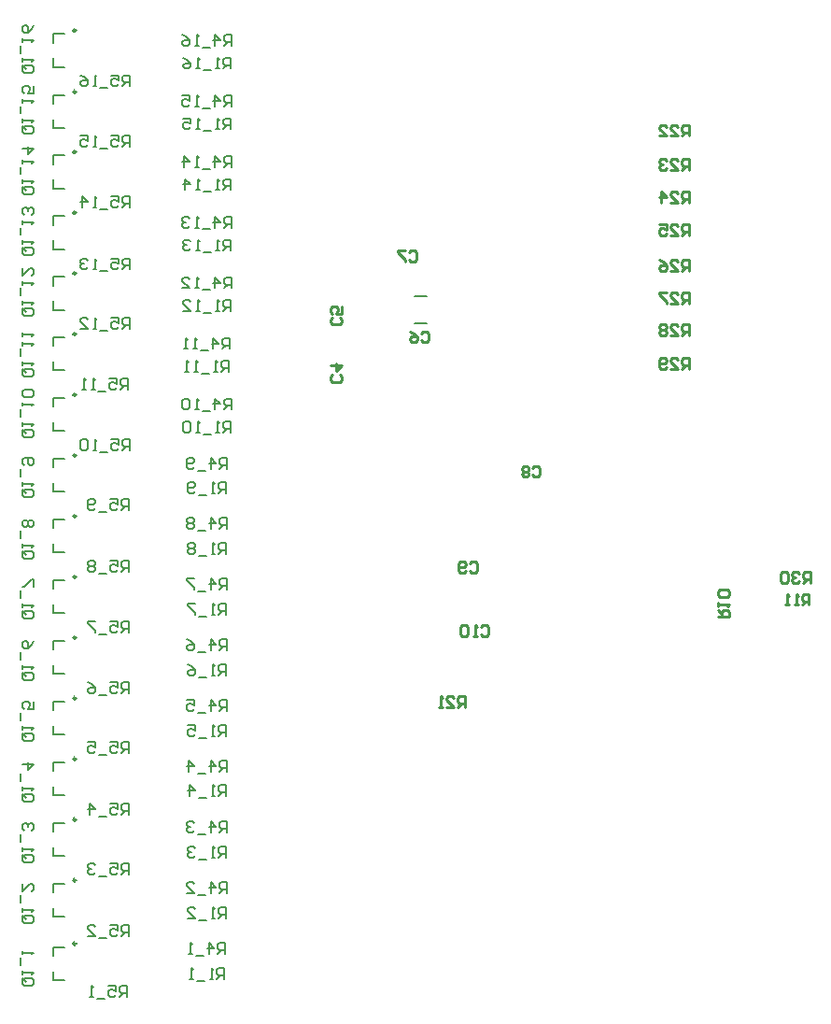
<source format=gbo>
G04 Layer_Color=32896*
%FSLAX25Y25*%
%MOIN*%
G70*
G01*
G75*
%ADD30C,0.01000*%
%ADD47C,0.00984*%
%ADD48C,0.00787*%
D30*
X337008Y239764D02*
Y243700D01*
X335040D01*
X334384Y243044D01*
Y241732D01*
X335040Y241076D01*
X337008D01*
X335696D02*
X334384Y239764D01*
X330448D02*
X333072D01*
X330448Y242388D01*
Y243044D01*
X331104Y243700D01*
X332416D01*
X333072Y243044D01*
X329136Y240420D02*
X328480Y239764D01*
X327168D01*
X326513Y240420D01*
Y243044D01*
X327168Y243700D01*
X328480D01*
X329136Y243044D01*
Y242388D01*
X328480Y241732D01*
X326513D01*
X337008Y251575D02*
Y255510D01*
X335040D01*
X334384Y254855D01*
Y253543D01*
X335040Y252887D01*
X337008D01*
X335696D02*
X334384Y251575D01*
X330448D02*
X333072D01*
X330448Y254199D01*
Y254855D01*
X331104Y255510D01*
X332416D01*
X333072Y254855D01*
X329136D02*
X328480Y255510D01*
X327168D01*
X326513Y254855D01*
Y254199D01*
X327168Y253543D01*
X326513Y252887D01*
Y252231D01*
X327168Y251575D01*
X328480D01*
X329136Y252231D01*
Y252887D01*
X328480Y253543D01*
X329136Y254199D01*
Y254855D01*
X328480Y253543D02*
X327168D01*
X337008Y262992D02*
Y266928D01*
X335040D01*
X334384Y266272D01*
Y264960D01*
X335040Y264304D01*
X337008D01*
X335696D02*
X334384Y262992D01*
X330448D02*
X333072D01*
X330448Y265616D01*
Y266272D01*
X331104Y266928D01*
X332416D01*
X333072Y266272D01*
X329136Y266928D02*
X326513D01*
Y266272D01*
X329136Y263648D01*
Y262992D01*
X337041Y274803D02*
Y278739D01*
X335073D01*
X334417Y278083D01*
Y276771D01*
X335073Y276115D01*
X337041D01*
X335729D02*
X334417Y274803D01*
X330481D02*
X333105D01*
X330481Y277427D01*
Y278083D01*
X331137Y278739D01*
X332449D01*
X333105Y278083D01*
X326545Y278739D02*
X327857Y278083D01*
X329169Y276771D01*
Y275459D01*
X328513Y274803D01*
X327201D01*
X326545Y275459D01*
Y276115D01*
X327201Y276771D01*
X329169D01*
X337008Y287402D02*
Y291337D01*
X335040D01*
X334384Y290681D01*
Y289369D01*
X335040Y288714D01*
X337008D01*
X335696D02*
X334384Y287402D01*
X330448D02*
X333072D01*
X330448Y290025D01*
Y290681D01*
X331104Y291337D01*
X332416D01*
X333072Y290681D01*
X326513Y291337D02*
X329136D01*
Y289369D01*
X327824Y290025D01*
X327168D01*
X326513Y289369D01*
Y288057D01*
X327168Y287402D01*
X328480D01*
X329136Y288057D01*
X337041Y299016D02*
Y302952D01*
X335073D01*
X334417Y302295D01*
Y300984D01*
X335073Y300328D01*
X337041D01*
X335729D02*
X334417Y299016D01*
X330481D02*
X333105D01*
X330481Y301640D01*
Y302295D01*
X331137Y302952D01*
X332449D01*
X333105Y302295D01*
X327201Y299016D02*
Y302952D01*
X329169Y300984D01*
X326545D01*
X337008Y310630D02*
Y314566D01*
X335040D01*
X334384Y313910D01*
Y312598D01*
X335040Y311942D01*
X337008D01*
X335696D02*
X334384Y310630D01*
X330448D02*
X333072D01*
X330448Y313254D01*
Y313910D01*
X331104Y314566D01*
X332416D01*
X333072Y313910D01*
X329136D02*
X328480Y314566D01*
X327168D01*
X326513Y313910D01*
Y313254D01*
X327168Y312598D01*
X327824D01*
X327168D01*
X326513Y311942D01*
Y311286D01*
X327168Y310630D01*
X328480D01*
X329136Y311286D01*
X337008Y322835D02*
Y326770D01*
X335040D01*
X334384Y326114D01*
Y324802D01*
X335040Y324147D01*
X337008D01*
X335696D02*
X334384Y322835D01*
X330448D02*
X333072D01*
X330448Y325459D01*
Y326114D01*
X331104Y326770D01*
X332416D01*
X333072Y326114D01*
X326513Y322835D02*
X329136D01*
X326513Y325459D01*
Y326114D01*
X327168Y326770D01*
X328480D01*
X329136Y326114D01*
X257087Y118898D02*
Y122833D01*
X255119D01*
X254463Y122177D01*
Y120865D01*
X255119Y120210D01*
X257087D01*
X255775D02*
X254463Y118898D01*
X250527D02*
X253151D01*
X250527Y121521D01*
Y122177D01*
X251183Y122833D01*
X252495D01*
X253151Y122177D01*
X249215Y118898D02*
X247903D01*
X248559D01*
Y122833D01*
X249215Y122177D01*
X379921Y155512D02*
Y159448D01*
X377953D01*
X377297Y158792D01*
Y157480D01*
X377953Y156824D01*
X379921D01*
X378609D02*
X377297Y155512D01*
X375986D02*
X374674D01*
X375330D01*
Y159448D01*
X375986Y158792D01*
X372706Y155512D02*
X371394D01*
X372050D01*
Y159448D01*
X372706Y158792D01*
X347350Y151173D02*
X351286D01*
Y153141D01*
X350630Y153797D01*
X349318D01*
X348662Y153141D01*
Y151173D01*
Y152485D02*
X347350Y153797D01*
Y155109D02*
Y156421D01*
Y155765D01*
X351286D01*
X350630Y155109D01*
Y158389D02*
X351286Y159045D01*
Y160357D01*
X350630Y161013D01*
X348006D01*
X347350Y160357D01*
Y159045D01*
X348006Y158389D01*
X350630D01*
X262731Y147768D02*
X263387Y148424D01*
X264698D01*
X265354Y147768D01*
Y145144D01*
X264698Y144488D01*
X263387D01*
X262731Y145144D01*
X261419Y144488D02*
X260107D01*
X260763D01*
Y148424D01*
X261419Y147768D01*
X258139D02*
X257483Y148424D01*
X256171D01*
X255515Y147768D01*
Y145144D01*
X256171Y144488D01*
X257483D01*
X258139Y145144D01*
Y147768D01*
X258793Y170209D02*
X259449Y170865D01*
X260761D01*
X261417Y170209D01*
Y167585D01*
X260761Y166929D01*
X259449D01*
X258793Y167585D01*
X257482D02*
X256826Y166929D01*
X255514D01*
X254858Y167585D01*
Y170209D01*
X255514Y170865D01*
X256826D01*
X257482Y170209D01*
Y169553D01*
X256826Y168897D01*
X254858D01*
X281235Y204461D02*
X281890Y205117D01*
X283202D01*
X283858Y204461D01*
Y201837D01*
X283202Y201181D01*
X281890D01*
X281235Y201837D01*
X279923Y204461D02*
X279267Y205117D01*
X277955D01*
X277299Y204461D01*
Y203805D01*
X277955Y203149D01*
X277299Y202493D01*
Y201837D01*
X277955Y201181D01*
X279267D01*
X279923Y201837D01*
Y202493D01*
X279267Y203149D01*
X279923Y203805D01*
Y204461D01*
X279267Y203149D02*
X277955D01*
X237140Y281233D02*
X237796Y281889D01*
X239108D01*
X239764Y281233D01*
Y278609D01*
X239108Y277953D01*
X237796D01*
X237140Y278609D01*
X235828Y281889D02*
X233204D01*
Y281233D01*
X235828Y278609D01*
Y277953D01*
X241471Y252492D02*
X242127Y253148D01*
X243439D01*
X244094Y252492D01*
Y249869D01*
X243439Y249213D01*
X242127D01*
X241471Y249869D01*
X237535Y253148D02*
X238847Y252492D01*
X240159Y251181D01*
Y249869D01*
X239503Y249213D01*
X238191D01*
X237535Y249869D01*
Y250524D01*
X238191Y251181D01*
X240159D01*
X212335Y258136D02*
X212991Y257480D01*
Y256168D01*
X212335Y255512D01*
X209711D01*
X209055Y256168D01*
Y257480D01*
X209711Y258136D01*
X212991Y262071D02*
Y259448D01*
X211023D01*
X211679Y260759D01*
Y261415D01*
X211023Y262071D01*
X209711D01*
X209055Y261415D01*
Y260104D01*
X209711Y259448D01*
X212335Y237663D02*
X212991Y237007D01*
Y235695D01*
X212335Y235039D01*
X209711D01*
X209055Y235695D01*
Y237007D01*
X209711Y237663D01*
X209055Y240943D02*
X212991D01*
X211023Y238975D01*
Y241599D01*
X380315Y163386D02*
Y167322D01*
X378347D01*
X377691Y166666D01*
Y165354D01*
X378347Y164698D01*
X380315D01*
X379003D02*
X377691Y163386D01*
X376379Y166666D02*
X375723Y167322D01*
X374411D01*
X373755Y166666D01*
Y166010D01*
X374411Y165354D01*
X375067D01*
X374411D01*
X373755Y164698D01*
Y164042D01*
X374411Y163386D01*
X375723D01*
X376379Y164042D01*
X372444Y166666D02*
X371788Y167322D01*
X370476D01*
X369820Y166666D01*
Y164042D01*
X370476Y163386D01*
X371788D01*
X372444Y164042D01*
Y166666D01*
D47*
X118209Y360433D02*
G03*
X118209Y360433I-492J0D01*
G01*
Y338583D02*
G03*
X118209Y338583I-492J0D01*
G01*
Y317126D02*
G03*
X118209Y317126I-492J0D01*
G01*
Y295472D02*
G03*
X118209Y295472I-492J0D01*
G01*
Y273819D02*
G03*
X118209Y273819I-492J0D01*
G01*
Y252165D02*
G03*
X118209Y252165I-492J0D01*
G01*
Y230512D02*
G03*
X118209Y230512I-492J0D01*
G01*
Y208858D02*
G03*
X118209Y208858I-492J0D01*
G01*
Y187205D02*
G03*
X118209Y187205I-492J0D01*
G01*
Y165551D02*
G03*
X118209Y165551I-492J0D01*
G01*
Y143898D02*
G03*
X118209Y143898I-492J0D01*
G01*
Y122244D02*
G03*
X118209Y122244I-492J0D01*
G01*
Y100591D02*
G03*
X118209Y100591I-492J0D01*
G01*
Y78937D02*
G03*
X118209Y78937I-492J0D01*
G01*
Y57284D02*
G03*
X118209Y57284I-492J0D01*
G01*
X118209Y34646D02*
G03*
X118209Y34646I-492J0D01*
G01*
D48*
X110236Y359252D02*
X114173D01*
X110236Y356102D02*
Y359252D01*
Y347441D02*
X114173D01*
X110236D02*
Y350590D01*
Y337402D02*
X114173D01*
X110236Y334252D02*
Y337402D01*
Y325590D02*
X114173D01*
X110236D02*
Y328740D01*
Y315945D02*
X114173D01*
X110236Y312795D02*
Y315945D01*
Y304134D02*
X114173D01*
X110236D02*
Y307283D01*
Y294291D02*
X114173D01*
X110236Y291142D02*
Y294291D01*
Y282480D02*
X114173D01*
X110236D02*
Y285630D01*
Y272638D02*
X114173D01*
X110236Y269488D02*
Y272638D01*
Y260827D02*
X114173D01*
X110236D02*
Y263976D01*
Y250984D02*
X114173D01*
X110236Y247835D02*
Y250984D01*
Y239173D02*
X114173D01*
X110236D02*
Y242323D01*
Y229331D02*
X114173D01*
X110236Y226181D02*
Y229331D01*
Y217520D02*
X114173D01*
X110236D02*
Y220669D01*
Y207677D02*
X114173D01*
X110236Y204528D02*
Y207677D01*
Y195866D02*
X114173D01*
X110236D02*
Y199016D01*
Y186024D02*
X114173D01*
X110236Y182874D02*
Y186024D01*
Y174213D02*
X114173D01*
X110236D02*
Y177362D01*
Y164370D02*
X114173D01*
X110236Y161221D02*
Y164370D01*
Y152559D02*
X114173D01*
X110236D02*
Y155709D01*
Y142717D02*
X114173D01*
X110236Y139567D02*
Y142717D01*
Y130905D02*
X114173D01*
X110236D02*
Y134055D01*
Y121063D02*
X114173D01*
X110236Y117913D02*
Y121063D01*
Y109252D02*
X114173D01*
X110236D02*
Y112402D01*
Y99409D02*
X114173D01*
X110236Y96260D02*
Y99409D01*
Y87598D02*
X114173D01*
X110236D02*
Y90748D01*
Y77756D02*
X114173D01*
X110236Y74606D02*
Y77756D01*
Y65945D02*
X114173D01*
X110236D02*
Y69095D01*
Y56102D02*
X114173D01*
X110236Y52953D02*
Y56102D01*
Y44291D02*
X114173D01*
X110236D02*
Y47441D01*
X110236Y33465D02*
X114173D01*
X110236Y30315D02*
Y33465D01*
Y21654D02*
X114173D01*
X110236D02*
Y24803D01*
X238976Y265748D02*
X243307D01*
X238976Y255906D02*
X243307D01*
X99869Y22309D02*
X102492D01*
X103148Y21653D01*
Y20341D01*
X102492Y19685D01*
X99869D01*
X99213Y20341D01*
Y21653D01*
X100524Y20997D02*
X99213Y22309D01*
Y21653D02*
X99869Y22309D01*
X99213Y23621D02*
Y24933D01*
Y24277D01*
X103148D01*
X102492Y23621D01*
X98557Y26901D02*
Y29524D01*
X99213Y30836D02*
Y32148D01*
Y31492D01*
X103148D01*
X102492Y30836D01*
X99869Y44750D02*
X102492D01*
X103148Y44094D01*
Y42782D01*
X102492Y42126D01*
X99869D01*
X99213Y42782D01*
Y44094D01*
X100524Y43438D02*
X99213Y44750D01*
Y44094D02*
X99869Y44750D01*
X99213Y46062D02*
Y47374D01*
Y46718D01*
X103148D01*
X102492Y46062D01*
X98557Y49341D02*
Y51965D01*
X99213Y55901D02*
Y53277D01*
X101836Y55901D01*
X102492D01*
X103148Y55245D01*
Y53933D01*
X102492Y53277D01*
X99869Y66403D02*
X102492D01*
X103148Y65747D01*
Y64435D01*
X102492Y63779D01*
X99869D01*
X99213Y64435D01*
Y65747D01*
X100524Y65091D02*
X99213Y66403D01*
Y65747D02*
X99869Y66403D01*
X99213Y67715D02*
Y69027D01*
Y68371D01*
X103148D01*
X102492Y67715D01*
X98557Y70995D02*
Y73619D01*
X102492Y74931D02*
X103148Y75587D01*
Y76899D01*
X102492Y77555D01*
X101836D01*
X101181Y76899D01*
Y76243D01*
Y76899D01*
X100524Y77555D01*
X99869D01*
X99213Y76899D01*
Y75587D01*
X99869Y74931D01*
Y88057D02*
X102492D01*
X103148Y87401D01*
Y86089D01*
X102492Y85433D01*
X99869D01*
X99213Y86089D01*
Y87401D01*
X100524Y86745D02*
X99213Y88057D01*
Y87401D02*
X99869Y88057D01*
X99213Y89369D02*
Y90681D01*
Y90025D01*
X103148D01*
X102492Y89369D01*
X98557Y92649D02*
Y95272D01*
X99213Y98552D02*
X103148D01*
X101181Y96584D01*
Y99208D01*
X99869Y109710D02*
X102492D01*
X103148Y109055D01*
Y107743D01*
X102492Y107087D01*
X99869D01*
X99213Y107743D01*
Y109055D01*
X100524Y108398D02*
X99213Y109710D01*
Y109055D02*
X99869Y109710D01*
X99213Y111022D02*
Y112334D01*
Y111678D01*
X103148D01*
X102492Y111022D01*
X98557Y114302D02*
Y116926D01*
X103148Y120862D02*
Y118238D01*
X101181D01*
X101836Y119550D01*
Y120206D01*
X101181Y120862D01*
X99869D01*
X99213Y120206D01*
Y118894D01*
X99869Y118238D01*
X99869Y131364D02*
X102492D01*
X103148Y130708D01*
Y129396D01*
X102492Y128740D01*
X99869D01*
X99213Y129396D01*
Y130708D01*
X100524Y130052D02*
X99213Y131364D01*
Y130708D02*
X99869Y131364D01*
X99213Y132676D02*
Y133988D01*
Y133332D01*
X103148D01*
X102492Y132676D01*
X98557Y135956D02*
Y138579D01*
X103148Y142515D02*
X102492Y141203D01*
X101181Y139891D01*
X99869D01*
X99213Y140547D01*
Y141859D01*
X99869Y142515D01*
X100524D01*
X101181Y141859D01*
Y139891D01*
X99869Y153411D02*
X102492D01*
X103148Y152755D01*
Y151443D01*
X102492Y150787D01*
X99869D01*
X99213Y151443D01*
Y152755D01*
X100524Y152099D02*
X99213Y153411D01*
Y152755D02*
X99869Y153411D01*
X99213Y154723D02*
Y156035D01*
Y155379D01*
X103148D01*
X102492Y154723D01*
X98557Y158003D02*
Y160627D01*
X103148Y161939D02*
Y164562D01*
X102492D01*
X99869Y161939D01*
X99213D01*
X99869Y174671D02*
X102492D01*
X103148Y174015D01*
Y172703D01*
X102492Y172047D01*
X99869D01*
X99213Y172703D01*
Y174015D01*
X100524Y173359D02*
X99213Y174671D01*
Y174015D02*
X99869Y174671D01*
X99213Y175983D02*
Y177295D01*
Y176639D01*
X103148D01*
X102492Y175983D01*
X98557Y179263D02*
Y181887D01*
X102492Y183198D02*
X103148Y183854D01*
Y185166D01*
X102492Y185822D01*
X101836D01*
X101181Y185166D01*
X100524Y185822D01*
X99869D01*
X99213Y185166D01*
Y183854D01*
X99869Y183198D01*
X100524D01*
X101181Y183854D01*
X101836Y183198D01*
X102492D01*
X101181Y183854D02*
Y185166D01*
X99869Y196718D02*
X102492D01*
X103148Y196062D01*
Y194750D01*
X102492Y194095D01*
X99869D01*
X99213Y194750D01*
Y196062D01*
X100524Y195406D02*
X99213Y196718D01*
Y196062D02*
X99869Y196718D01*
X99213Y198030D02*
Y199342D01*
Y198686D01*
X103148D01*
X102492Y198030D01*
X98557Y201310D02*
Y203934D01*
X99869Y205246D02*
X99213Y205902D01*
Y207214D01*
X99869Y207870D01*
X102492D01*
X103148Y207214D01*
Y205902D01*
X102492Y205246D01*
X101836D01*
X101181Y205902D01*
Y207870D01*
X99869Y217978D02*
X102492D01*
X103148Y217322D01*
Y216010D01*
X102492Y215354D01*
X99869D01*
X99213Y216010D01*
Y217322D01*
X100524Y216666D02*
X99213Y217978D01*
Y217322D02*
X99869Y217978D01*
X99213Y219290D02*
Y220602D01*
Y219946D01*
X103148D01*
X102492Y219290D01*
X98557Y222570D02*
Y225194D01*
X99213Y226506D02*
Y227818D01*
Y227162D01*
X103148D01*
X102492Y226506D01*
Y229785D02*
X103148Y230441D01*
Y231753D01*
X102492Y232409D01*
X99869D01*
X99213Y231753D01*
Y230441D01*
X99869Y229785D01*
X102492D01*
X99869Y239632D02*
X102492D01*
X103148Y238976D01*
Y237664D01*
X102492Y237008D01*
X99869D01*
X99213Y237664D01*
Y238976D01*
X100524Y238320D02*
X99213Y239632D01*
Y238976D02*
X99869Y239632D01*
X99213Y240944D02*
Y242255D01*
Y241600D01*
X103148D01*
X102492Y240944D01*
X98557Y244223D02*
Y246847D01*
X99213Y248159D02*
Y249471D01*
Y248815D01*
X103148D01*
X102492Y248159D01*
X99213Y251439D02*
Y252751D01*
Y252095D01*
X103148D01*
X102492Y251439D01*
X99869Y261285D02*
X102492D01*
X103148Y260629D01*
Y259317D01*
X102492Y258661D01*
X99869D01*
X99213Y259317D01*
Y260629D01*
X100524Y259973D02*
X99213Y261285D01*
Y260629D02*
X99869Y261285D01*
X99213Y262597D02*
Y263909D01*
Y263253D01*
X103148D01*
X102492Y262597D01*
X98557Y265877D02*
Y268501D01*
X99213Y269813D02*
Y271125D01*
Y270469D01*
X103148D01*
X102492Y269813D01*
X99213Y275716D02*
Y273093D01*
X101836Y275716D01*
X102492D01*
X103148Y275060D01*
Y273748D01*
X102492Y273093D01*
X99869Y282939D02*
X102492D01*
X103148Y282283D01*
Y280971D01*
X102492Y280315D01*
X99869D01*
X99213Y280971D01*
Y282283D01*
X100524Y281627D02*
X99213Y282939D01*
Y282283D02*
X99869Y282939D01*
X99213Y284251D02*
Y285563D01*
Y284907D01*
X103148D01*
X102492Y284251D01*
X98557Y287530D02*
Y290154D01*
X99213Y291466D02*
Y292778D01*
Y292122D01*
X103148D01*
X102492Y291466D01*
Y294746D02*
X103148Y295402D01*
Y296714D01*
X102492Y297370D01*
X101836D01*
X101181Y296714D01*
Y296058D01*
Y296714D01*
X100524Y297370D01*
X99869D01*
X99213Y296714D01*
Y295402D01*
X99869Y294746D01*
Y304592D02*
X102492D01*
X103148Y303936D01*
Y302625D01*
X102492Y301969D01*
X99869D01*
X99213Y302625D01*
Y303936D01*
X100524Y303280D02*
X99213Y304592D01*
Y303936D02*
X99869Y304592D01*
X99213Y305904D02*
Y307216D01*
Y306560D01*
X103148D01*
X102492Y305904D01*
X98557Y309184D02*
Y311808D01*
X99213Y313120D02*
Y314432D01*
Y313776D01*
X103148D01*
X102492Y313120D01*
X99213Y318367D02*
X103148D01*
X101181Y316400D01*
Y319023D01*
X99869Y326246D02*
X102492D01*
X103148Y325590D01*
Y324278D01*
X102492Y323622D01*
X99869D01*
X99213Y324278D01*
Y325590D01*
X100524Y324934D02*
X99213Y326246D01*
Y325590D02*
X99869Y326246D01*
X99213Y327558D02*
Y328870D01*
Y328214D01*
X103148D01*
X102492Y327558D01*
X98557Y330838D02*
Y333461D01*
X99213Y334773D02*
Y336085D01*
Y335429D01*
X103148D01*
X102492Y334773D01*
X103148Y340677D02*
Y338053D01*
X101181D01*
X101836Y339365D01*
Y340021D01*
X101181Y340677D01*
X99869D01*
X99213Y340021D01*
Y338709D01*
X99869Y338053D01*
Y347899D02*
X102492D01*
X103148Y347243D01*
Y345932D01*
X102492Y345276D01*
X99869D01*
X99213Y345932D01*
Y347243D01*
X100524Y346587D02*
X99213Y347899D01*
Y347243D02*
X99869Y347899D01*
X99213Y349211D02*
Y350523D01*
Y349867D01*
X103148D01*
X102492Y349211D01*
X98557Y352491D02*
Y355115D01*
X99213Y356427D02*
Y357739D01*
Y357083D01*
X103148D01*
X102492Y356427D01*
X103148Y362331D02*
X102492Y361018D01*
X101181Y359707D01*
X99869D01*
X99213Y360363D01*
Y361674D01*
X99869Y362331D01*
X100524D01*
X101181Y361674D01*
Y359707D01*
X171195Y22047D02*
Y25983D01*
X169227D01*
X168571Y25327D01*
Y24015D01*
X169227Y23359D01*
X171195D01*
X169883D02*
X168571Y22047D01*
X167259D02*
X165947D01*
X166603D01*
Y25983D01*
X167259Y25327D01*
X163980Y21391D02*
X161356D01*
X160044Y22047D02*
X158732D01*
X159388D01*
Y25983D01*
X160044Y25327D01*
X171851Y43701D02*
Y47637D01*
X169883D01*
X169227Y46981D01*
Y45669D01*
X169883Y45013D01*
X171851D01*
X170539D02*
X169227Y43701D01*
X167915D02*
X166603D01*
X167259D01*
Y47637D01*
X167915Y46981D01*
X164636Y43045D02*
X162012D01*
X158076Y43701D02*
X160700D01*
X158076Y46325D01*
Y46981D01*
X158732Y47637D01*
X160044D01*
X160700Y46981D01*
X171851Y65354D02*
Y69290D01*
X169883D01*
X169227Y68634D01*
Y67322D01*
X169883Y66666D01*
X171851D01*
X170539D02*
X169227Y65354D01*
X167915D02*
X166603D01*
X167259D01*
Y69290D01*
X167915Y68634D01*
X164636Y64698D02*
X162012D01*
X160700Y68634D02*
X160044Y69290D01*
X158732D01*
X158076Y68634D01*
Y67978D01*
X158732Y67322D01*
X159388D01*
X158732D01*
X158076Y66666D01*
Y66010D01*
X158732Y65354D01*
X160044D01*
X160700Y66010D01*
X171851Y87402D02*
Y91337D01*
X169883D01*
X169227Y90681D01*
Y89369D01*
X169883Y88714D01*
X171851D01*
X170539D02*
X169227Y87402D01*
X167915D02*
X166603D01*
X167259D01*
Y91337D01*
X167915Y90681D01*
X164636Y86746D02*
X162012D01*
X158732Y87402D02*
Y91337D01*
X160700Y89369D01*
X158076D01*
X171851Y108661D02*
Y112597D01*
X169883D01*
X169227Y111941D01*
Y110629D01*
X169883Y109973D01*
X171851D01*
X170539D02*
X169227Y108661D01*
X167915D02*
X166603D01*
X167259D01*
Y112597D01*
X167915Y111941D01*
X164636Y108005D02*
X162012D01*
X158076Y112597D02*
X160700D01*
Y110629D01*
X159388Y111285D01*
X158732D01*
X158076Y110629D01*
Y109317D01*
X158732Y108661D01*
X160044D01*
X160700Y109317D01*
X171851Y130315D02*
Y134251D01*
X169883D01*
X169227Y133595D01*
Y132283D01*
X169883Y131627D01*
X171851D01*
X170539D02*
X169227Y130315D01*
X167915D02*
X166603D01*
X167259D01*
Y134251D01*
X167915Y133595D01*
X164636Y129659D02*
X162012D01*
X158076Y134251D02*
X159388Y133595D01*
X160700Y132283D01*
Y130971D01*
X160044Y130315D01*
X158732D01*
X158076Y130971D01*
Y131627D01*
X158732Y132283D01*
X160700D01*
X171851Y151969D02*
Y155904D01*
X169883D01*
X169227Y155248D01*
Y153936D01*
X169883Y153280D01*
X171851D01*
X170539D02*
X169227Y151969D01*
X167915D02*
X166603D01*
X167259D01*
Y155904D01*
X167915Y155248D01*
X164636Y151312D02*
X162012D01*
X160700Y155904D02*
X158076D01*
Y155248D01*
X160700Y152624D01*
Y151969D01*
X171851Y173622D02*
Y177558D01*
X169883D01*
X169227Y176902D01*
Y175590D01*
X169883Y174934D01*
X171851D01*
X170539D02*
X169227Y173622D01*
X167915D02*
X166603D01*
X167259D01*
Y177558D01*
X167915Y176902D01*
X164636Y172966D02*
X162012D01*
X160700Y176902D02*
X160044Y177558D01*
X158732D01*
X158076Y176902D01*
Y176246D01*
X158732Y175590D01*
X158076Y174934D01*
Y174278D01*
X158732Y173622D01*
X160044D01*
X160700Y174278D01*
Y174934D01*
X160044Y175590D01*
X160700Y176246D01*
Y176902D01*
X160044Y175590D02*
X158732D01*
X171851Y195276D02*
Y199211D01*
X169883D01*
X169227Y198555D01*
Y197243D01*
X169883Y196588D01*
X171851D01*
X170539D02*
X169227Y195276D01*
X167915D02*
X166603D01*
X167259D01*
Y199211D01*
X167915Y198555D01*
X164636Y194620D02*
X162012D01*
X160700Y195931D02*
X160044Y195276D01*
X158732D01*
X158076Y195931D01*
Y198555D01*
X158732Y199211D01*
X160044D01*
X160700Y198555D01*
Y197899D01*
X160044Y197243D01*
X158076D01*
X173491Y216929D02*
Y220865D01*
X171523D01*
X170867Y220209D01*
Y218897D01*
X171523Y218241D01*
X173491D01*
X172179D02*
X170867Y216929D01*
X169555D02*
X168243D01*
X168899D01*
Y220865D01*
X169555Y220209D01*
X166275Y216273D02*
X163652D01*
X162340Y216929D02*
X161028D01*
X161684D01*
Y220865D01*
X162340Y220209D01*
X159060D02*
X158404Y220865D01*
X157092D01*
X156436Y220209D01*
Y217585D01*
X157092Y216929D01*
X158404D01*
X159060Y217585D01*
Y220209D01*
X172835Y238583D02*
Y242518D01*
X170867D01*
X170211Y241863D01*
Y240551D01*
X170867Y239895D01*
X172835D01*
X171523D02*
X170211Y238583D01*
X168899D02*
X167587D01*
X168243D01*
Y242518D01*
X168899Y241863D01*
X165620Y237927D02*
X162996D01*
X161684Y238583D02*
X160372D01*
X161028D01*
Y242518D01*
X161684Y241863D01*
X158404Y238583D02*
X157092D01*
X157748D01*
Y242518D01*
X158404Y241863D01*
X173491Y260236D02*
Y264172D01*
X171523D01*
X170867Y263516D01*
Y262204D01*
X171523Y261548D01*
X173491D01*
X172179D02*
X170867Y260236D01*
X169555D02*
X168243D01*
X168899D01*
Y264172D01*
X169555Y263516D01*
X166275Y259580D02*
X163652D01*
X162340Y260236D02*
X161028D01*
X161684D01*
Y264172D01*
X162340Y263516D01*
X156436Y260236D02*
X159060D01*
X156436Y262860D01*
Y263516D01*
X157092Y264172D01*
X158404D01*
X159060Y263516D01*
X173491Y281890D02*
Y285825D01*
X171523D01*
X170867Y285170D01*
Y283858D01*
X171523Y283202D01*
X173491D01*
X172179D02*
X170867Y281890D01*
X169555D02*
X168243D01*
X168899D01*
Y285825D01*
X169555Y285170D01*
X166275Y281234D02*
X163652D01*
X162340Y281890D02*
X161028D01*
X161684D01*
Y285825D01*
X162340Y285170D01*
X159060D02*
X158404Y285825D01*
X157092D01*
X156436Y285170D01*
Y284514D01*
X157092Y283858D01*
X157748D01*
X157092D01*
X156436Y283202D01*
Y282546D01*
X157092Y281890D01*
X158404D01*
X159060Y282546D01*
X173491Y303543D02*
Y307479D01*
X171523D01*
X170867Y306823D01*
Y305511D01*
X171523Y304855D01*
X173491D01*
X172179D02*
X170867Y303543D01*
X169555D02*
X168243D01*
X168899D01*
Y307479D01*
X169555Y306823D01*
X166275Y302887D02*
X163652D01*
X162340Y303543D02*
X161028D01*
X161684D01*
Y307479D01*
X162340Y306823D01*
X157092Y303543D02*
Y307479D01*
X159060Y305511D01*
X156436D01*
X173491Y325197D02*
Y329133D01*
X171523D01*
X170867Y328477D01*
Y327165D01*
X171523Y326509D01*
X173491D01*
X172179D02*
X170867Y325197D01*
X169555D02*
X168243D01*
X168899D01*
Y329133D01*
X169555Y328477D01*
X166275Y324541D02*
X163652D01*
X162340Y325197D02*
X161028D01*
X161684D01*
Y329133D01*
X162340Y328477D01*
X156436Y329133D02*
X159060D01*
Y327165D01*
X157748Y327821D01*
X157092D01*
X156436Y327165D01*
Y325853D01*
X157092Y325197D01*
X158404D01*
X159060Y325853D01*
X173491Y346850D02*
Y350786D01*
X171523D01*
X170867Y350130D01*
Y348818D01*
X171523Y348162D01*
X173491D01*
X172179D02*
X170867Y346850D01*
X169555D02*
X168243D01*
X168899D01*
Y350786D01*
X169555Y350130D01*
X166275Y346194D02*
X163652D01*
X162340Y346850D02*
X161028D01*
X161684D01*
Y350786D01*
X162340Y350130D01*
X156436Y350786D02*
X157748Y350130D01*
X159060Y348818D01*
Y347506D01*
X158404Y346850D01*
X157092D01*
X156436Y347506D01*
Y348162D01*
X157092Y348818D01*
X159060D01*
X171523Y31102D02*
Y35038D01*
X169555D01*
X168899Y34382D01*
Y33070D01*
X169555Y32414D01*
X171523D01*
X170211D02*
X168899Y31102D01*
X165620D02*
Y35038D01*
X167587Y33070D01*
X164963D01*
X163652Y30446D02*
X161028D01*
X159716Y31102D02*
X158404D01*
X159060D01*
Y35038D01*
X159716Y34382D01*
X172179Y52756D02*
Y56692D01*
X170211D01*
X169555Y56036D01*
Y54724D01*
X170211Y54068D01*
X172179D01*
X170867D02*
X169555Y52756D01*
X166275D02*
Y56692D01*
X168243Y54724D01*
X165620D01*
X164307Y52100D02*
X161684D01*
X157748Y52756D02*
X160372D01*
X157748Y55380D01*
Y56036D01*
X158404Y56692D01*
X159716D01*
X160372Y56036D01*
X172179Y74410D02*
Y78345D01*
X170211D01*
X169555Y77689D01*
Y76377D01*
X170211Y75721D01*
X172179D01*
X170867D02*
X169555Y74410D01*
X166275D02*
Y78345D01*
X168243Y76377D01*
X165620D01*
X164307Y73753D02*
X161684D01*
X160372Y77689D02*
X159716Y78345D01*
X158404D01*
X157748Y77689D01*
Y77033D01*
X158404Y76377D01*
X159060D01*
X158404D01*
X157748Y75721D01*
Y75065D01*
X158404Y74410D01*
X159716D01*
X160372Y75065D01*
X172179Y96063D02*
Y99999D01*
X170211D01*
X169555Y99343D01*
Y98031D01*
X170211Y97375D01*
X172179D01*
X170867D02*
X169555Y96063D01*
X166275D02*
Y99999D01*
X168243Y98031D01*
X165620D01*
X164307Y95407D02*
X161684D01*
X158404Y96063D02*
Y99999D01*
X160372Y98031D01*
X157748D01*
X172179Y117717D02*
Y121652D01*
X170211D01*
X169555Y120996D01*
Y119684D01*
X170211Y119028D01*
X172179D01*
X170867D02*
X169555Y117717D01*
X166275D02*
Y121652D01*
X168243Y119684D01*
X165620D01*
X164307Y117061D02*
X161684D01*
X157748Y121652D02*
X160372D01*
Y119684D01*
X159060Y120340D01*
X158404D01*
X157748Y119684D01*
Y118372D01*
X158404Y117717D01*
X159716D01*
X160372Y118372D01*
X172179Y139370D02*
Y143306D01*
X170211D01*
X169555Y142650D01*
Y141338D01*
X170211Y140682D01*
X172179D01*
X170867D02*
X169555Y139370D01*
X166275D02*
Y143306D01*
X168243Y141338D01*
X165620D01*
X164307Y138714D02*
X161684D01*
X157748Y143306D02*
X159060Y142650D01*
X160372Y141338D01*
Y140026D01*
X159716Y139370D01*
X158404D01*
X157748Y140026D01*
Y140682D01*
X158404Y141338D01*
X160372D01*
X172179Y161024D02*
Y164959D01*
X170211D01*
X169555Y164303D01*
Y162991D01*
X170211Y162336D01*
X172179D01*
X170867D02*
X169555Y161024D01*
X166275D02*
Y164959D01*
X168243Y162991D01*
X165620D01*
X164307Y160368D02*
X161684D01*
X160372Y164959D02*
X157748D01*
Y164303D01*
X160372Y161680D01*
Y161024D01*
X172179Y182677D02*
Y186613D01*
X170211D01*
X169555Y185957D01*
Y184645D01*
X170211Y183989D01*
X172179D01*
X170867D02*
X169555Y182677D01*
X166275D02*
Y186613D01*
X168243Y184645D01*
X165620D01*
X164307Y182021D02*
X161684D01*
X160372Y185957D02*
X159716Y186613D01*
X158404D01*
X157748Y185957D01*
Y185301D01*
X158404Y184645D01*
X157748Y183989D01*
Y183333D01*
X158404Y182677D01*
X159716D01*
X160372Y183333D01*
Y183989D01*
X159716Y184645D01*
X160372Y185301D01*
Y185957D01*
X159716Y184645D02*
X158404D01*
X172179Y203937D02*
Y207873D01*
X170211D01*
X169555Y207217D01*
Y205905D01*
X170211Y205249D01*
X172179D01*
X170867D02*
X169555Y203937D01*
X166275D02*
Y207873D01*
X168243Y205905D01*
X165620D01*
X164307Y203281D02*
X161684D01*
X160372Y204593D02*
X159716Y203937D01*
X158404D01*
X157748Y204593D01*
Y207217D01*
X158404Y207873D01*
X159716D01*
X160372Y207217D01*
Y206561D01*
X159716Y205905D01*
X157748D01*
X173819Y225197D02*
Y229133D01*
X171851D01*
X171195Y228477D01*
Y227165D01*
X171851Y226509D01*
X173819D01*
X172507D02*
X171195Y225197D01*
X167915D02*
Y229133D01*
X169883Y227165D01*
X167259D01*
X165947Y224541D02*
X163324D01*
X162012Y225197D02*
X160700D01*
X161356D01*
Y229133D01*
X162012Y228477D01*
X158732D02*
X158076Y229133D01*
X156764D01*
X156108Y228477D01*
Y225853D01*
X156764Y225197D01*
X158076D01*
X158732Y225853D01*
Y228477D01*
X173163Y246850D02*
Y250786D01*
X171195D01*
X170539Y250130D01*
Y248818D01*
X171195Y248162D01*
X173163D01*
X171851D02*
X170539Y246850D01*
X167259D02*
Y250786D01*
X169227Y248818D01*
X166603D01*
X165292Y246194D02*
X162668D01*
X161356Y246850D02*
X160044D01*
X160700D01*
Y250786D01*
X161356Y250130D01*
X158076Y246850D02*
X156764D01*
X157420D01*
Y250786D01*
X158076Y250130D01*
X173819Y268504D02*
Y272440D01*
X171851D01*
X171195Y271784D01*
Y270472D01*
X171851Y269816D01*
X173819D01*
X172507D02*
X171195Y268504D01*
X167915D02*
Y272440D01*
X169883Y270472D01*
X167259D01*
X165947Y267848D02*
X163324D01*
X162012Y268504D02*
X160700D01*
X161356D01*
Y272440D01*
X162012Y271784D01*
X156108Y268504D02*
X158732D01*
X156108Y271128D01*
Y271784D01*
X156764Y272440D01*
X158076D01*
X158732Y271784D01*
X173819Y290158D02*
Y294093D01*
X171851D01*
X171195Y293437D01*
Y292125D01*
X171851Y291469D01*
X173819D01*
X172507D02*
X171195Y290158D01*
X167915D02*
Y294093D01*
X169883Y292125D01*
X167259D01*
X165947Y289502D02*
X163324D01*
X162012Y290158D02*
X160700D01*
X161356D01*
Y294093D01*
X162012Y293437D01*
X158732D02*
X158076Y294093D01*
X156764D01*
X156108Y293437D01*
Y292781D01*
X156764Y292125D01*
X157420D01*
X156764D01*
X156108Y291469D01*
Y290813D01*
X156764Y290158D01*
X158076D01*
X158732Y290813D01*
X173819Y311811D02*
Y315747D01*
X171851D01*
X171195Y315091D01*
Y313779D01*
X171851Y313123D01*
X173819D01*
X172507D02*
X171195Y311811D01*
X167915D02*
Y315747D01*
X169883Y313779D01*
X167259D01*
X165947Y311155D02*
X163324D01*
X162012Y311811D02*
X160700D01*
X161356D01*
Y315747D01*
X162012Y315091D01*
X156764Y311811D02*
Y315747D01*
X158732Y313779D01*
X156108D01*
X173819Y333465D02*
Y337400D01*
X171851D01*
X171195Y336744D01*
Y335432D01*
X171851Y334776D01*
X173819D01*
X172507D02*
X171195Y333465D01*
X167915D02*
Y337400D01*
X169883Y335432D01*
X167259D01*
X165947Y332809D02*
X163324D01*
X162012Y333465D02*
X160700D01*
X161356D01*
Y337400D01*
X162012Y336744D01*
X156108Y337400D02*
X158732D01*
Y335432D01*
X157420Y336088D01*
X156764D01*
X156108Y335432D01*
Y334120D01*
X156764Y333465D01*
X158076D01*
X158732Y334120D01*
X173819Y355118D02*
Y359054D01*
X171851D01*
X171195Y358398D01*
Y357086D01*
X171851Y356430D01*
X173819D01*
X172507D02*
X171195Y355118D01*
X167915D02*
Y359054D01*
X169883Y357086D01*
X167259D01*
X165947Y354462D02*
X163324D01*
X162012Y355118D02*
X160700D01*
X161356D01*
Y359054D01*
X162012Y358398D01*
X156108Y359054D02*
X157420Y358398D01*
X158732Y357086D01*
Y355774D01*
X158076Y355118D01*
X156764D01*
X156108Y355774D01*
Y356430D01*
X156764Y357086D01*
X158732D01*
X136352Y15748D02*
Y19684D01*
X134384D01*
X133728Y19028D01*
Y17716D01*
X134384Y17060D01*
X136352D01*
X135040D02*
X133728Y15748D01*
X129792Y19684D02*
X132416D01*
Y17716D01*
X131104Y18372D01*
X130448D01*
X129792Y17716D01*
Y16404D01*
X130448Y15748D01*
X131760D01*
X132416Y16404D01*
X128480Y15092D02*
X125857D01*
X124545Y15748D02*
X123233D01*
X123889D01*
Y19684D01*
X124545Y19028D01*
X137008Y37402D02*
Y41337D01*
X135040D01*
X134384Y40681D01*
Y39369D01*
X135040Y38713D01*
X137008D01*
X135696D02*
X134384Y37402D01*
X130448Y41337D02*
X133072D01*
Y39369D01*
X131760Y40025D01*
X131104D01*
X130448Y39369D01*
Y38058D01*
X131104Y37402D01*
X132416D01*
X133072Y38058D01*
X129136Y36746D02*
X126513D01*
X122577Y37402D02*
X125201D01*
X122577Y40025D01*
Y40681D01*
X123233Y41337D01*
X124545D01*
X125201Y40681D01*
X137008Y80709D02*
Y84644D01*
X135040D01*
X134384Y83988D01*
Y82677D01*
X135040Y82021D01*
X137008D01*
X135696D02*
X134384Y80709D01*
X130448Y84644D02*
X133072D01*
Y82677D01*
X131760Y83333D01*
X131104D01*
X130448Y82677D01*
Y81365D01*
X131104Y80709D01*
X132416D01*
X133072Y81365D01*
X129136Y80053D02*
X126513D01*
X123233Y80709D02*
Y84644D01*
X125201Y82677D01*
X122577D01*
X137008Y102756D02*
Y106692D01*
X135040D01*
X134384Y106036D01*
Y104724D01*
X135040Y104068D01*
X137008D01*
X135696D02*
X134384Y102756D01*
X130448Y106692D02*
X133072D01*
Y104724D01*
X131760Y105380D01*
X131104D01*
X130448Y104724D01*
Y103412D01*
X131104Y102756D01*
X132416D01*
X133072Y103412D01*
X129136Y102100D02*
X126513D01*
X122577Y106692D02*
X125201D01*
Y104724D01*
X123889Y105380D01*
X123233D01*
X122577Y104724D01*
Y103412D01*
X123233Y102756D01*
X124545D01*
X125201Y103412D01*
X137008Y124016D02*
Y127952D01*
X135040D01*
X134384Y127295D01*
Y125984D01*
X135040Y125328D01*
X137008D01*
X135696D02*
X134384Y124016D01*
X130448Y127952D02*
X133072D01*
Y125984D01*
X131760Y126640D01*
X131104D01*
X130448Y125984D01*
Y124672D01*
X131104Y124016D01*
X132416D01*
X133072Y124672D01*
X129136Y123360D02*
X126513D01*
X122577Y127952D02*
X123889Y127295D01*
X125201Y125984D01*
Y124672D01*
X124545Y124016D01*
X123233D01*
X122577Y124672D01*
Y125328D01*
X123233Y125984D01*
X125201D01*
X137008Y145669D02*
Y149605D01*
X135040D01*
X134384Y148949D01*
Y147637D01*
X135040Y146981D01*
X137008D01*
X135696D02*
X134384Y145669D01*
X130448Y149605D02*
X133072D01*
Y147637D01*
X131760Y148293D01*
X131104D01*
X130448Y147637D01*
Y146325D01*
X131104Y145669D01*
X132416D01*
X133072Y146325D01*
X129136Y145013D02*
X126513D01*
X125201Y149605D02*
X122577D01*
Y148949D01*
X125201Y146325D01*
Y145669D01*
X137008Y167323D02*
Y171259D01*
X135040D01*
X134384Y170603D01*
Y169291D01*
X135040Y168635D01*
X137008D01*
X135696D02*
X134384Y167323D01*
X130448Y171259D02*
X133072D01*
Y169291D01*
X131760Y169947D01*
X131104D01*
X130448Y169291D01*
Y167979D01*
X131104Y167323D01*
X132416D01*
X133072Y167979D01*
X129136Y166667D02*
X126513D01*
X125201Y170603D02*
X124545Y171259D01*
X123233D01*
X122577Y170603D01*
Y169947D01*
X123233Y169291D01*
X122577Y168635D01*
Y167979D01*
X123233Y167323D01*
X124545D01*
X125201Y167979D01*
Y168635D01*
X124545Y169291D01*
X125201Y169947D01*
Y170603D01*
X124545Y169291D02*
X123233D01*
X137008Y189370D02*
Y193306D01*
X135040D01*
X134384Y192650D01*
Y191338D01*
X135040Y190682D01*
X137008D01*
X135696D02*
X134384Y189370D01*
X130448Y193306D02*
X133072D01*
Y191338D01*
X131760Y191994D01*
X131104D01*
X130448Y191338D01*
Y190026D01*
X131104Y189370D01*
X132416D01*
X133072Y190026D01*
X129136Y188714D02*
X126513D01*
X125201Y190026D02*
X124545Y189370D01*
X123233D01*
X122577Y190026D01*
Y192650D01*
X123233Y193306D01*
X124545D01*
X125201Y192650D01*
Y191994D01*
X124545Y191338D01*
X122577D01*
X137402Y210630D02*
Y214566D01*
X135434D01*
X134778Y213910D01*
Y212598D01*
X135434Y211942D01*
X137402D01*
X136090D02*
X134778Y210630D01*
X130842Y214566D02*
X133466D01*
Y212598D01*
X132154Y213254D01*
X131498D01*
X130842Y212598D01*
Y211286D01*
X131498Y210630D01*
X132810D01*
X133466Y211286D01*
X129530Y209974D02*
X126906D01*
X125594Y210630D02*
X124282D01*
X124938D01*
Y214566D01*
X125594Y213910D01*
X122315D02*
X121659Y214566D01*
X120347D01*
X119691Y213910D01*
Y211286D01*
X120347Y210630D01*
X121659D01*
X122315Y211286D01*
Y213910D01*
X136746Y232283D02*
Y236219D01*
X134778D01*
X134122Y235563D01*
Y234251D01*
X134778Y233595D01*
X136746D01*
X135434D02*
X134122Y232283D01*
X130186Y236219D02*
X132810D01*
Y234251D01*
X131498Y234907D01*
X130842D01*
X130186Y234251D01*
Y232939D01*
X130842Y232283D01*
X132154D01*
X132810Y232939D01*
X128874Y231627D02*
X126250D01*
X124938Y232283D02*
X123626D01*
X124282D01*
Y236219D01*
X124938Y235563D01*
X121659Y232283D02*
X120347D01*
X121003D01*
Y236219D01*
X121659Y235563D01*
X137402Y253937D02*
Y257873D01*
X135434D01*
X134778Y257217D01*
Y255905D01*
X135434Y255249D01*
X137402D01*
X136090D02*
X134778Y253937D01*
X130842Y257873D02*
X133466D01*
Y255905D01*
X132154Y256561D01*
X131498D01*
X130842Y255905D01*
Y254593D01*
X131498Y253937D01*
X132810D01*
X133466Y254593D01*
X129530Y253281D02*
X126906D01*
X125594Y253937D02*
X124282D01*
X124938D01*
Y257873D01*
X125594Y257217D01*
X119691Y253937D02*
X122315D01*
X119691Y256561D01*
Y257217D01*
X120347Y257873D01*
X121659D01*
X122315Y257217D01*
X137402Y275197D02*
Y279133D01*
X135434D01*
X134778Y278477D01*
Y277165D01*
X135434Y276509D01*
X137402D01*
X136090D02*
X134778Y275197D01*
X130842Y279133D02*
X133466D01*
Y277165D01*
X132154Y277821D01*
X131498D01*
X130842Y277165D01*
Y275853D01*
X131498Y275197D01*
X132810D01*
X133466Y275853D01*
X129530Y274541D02*
X126906D01*
X125594Y275197D02*
X124282D01*
X124938D01*
Y279133D01*
X125594Y278477D01*
X122315D02*
X121659Y279133D01*
X120347D01*
X119691Y278477D01*
Y277821D01*
X120347Y277165D01*
X121003D01*
X120347D01*
X119691Y276509D01*
Y275853D01*
X120347Y275197D01*
X121659D01*
X122315Y275853D01*
X137402Y297244D02*
Y301180D01*
X135434D01*
X134778Y300524D01*
Y299212D01*
X135434Y298556D01*
X137402D01*
X136090D02*
X134778Y297244D01*
X130842Y301180D02*
X133466D01*
Y299212D01*
X132154Y299868D01*
X131498D01*
X130842Y299212D01*
Y297900D01*
X131498Y297244D01*
X132810D01*
X133466Y297900D01*
X129530Y296588D02*
X126906D01*
X125594Y297244D02*
X124282D01*
X124938D01*
Y301180D01*
X125594Y300524D01*
X120347Y297244D02*
Y301180D01*
X122315Y299212D01*
X119691D01*
X137402Y340551D02*
Y344487D01*
X135434D01*
X134778Y343831D01*
Y342519D01*
X135434Y341863D01*
X137402D01*
X136090D02*
X134778Y340551D01*
X130842Y344487D02*
X133466D01*
Y342519D01*
X132154Y343175D01*
X131498D01*
X130842Y342519D01*
Y341207D01*
X131498Y340551D01*
X132810D01*
X133466Y341207D01*
X129530Y339895D02*
X126906D01*
X125594Y340551D02*
X124282D01*
X124938D01*
Y344487D01*
X125594Y343831D01*
X119691Y344487D02*
X121003Y343831D01*
X122315Y342519D01*
Y341207D01*
X121659Y340551D01*
X120347D01*
X119691Y341207D01*
Y341863D01*
X120347Y342519D01*
X122315D01*
X137402Y318898D02*
Y322833D01*
X135434D01*
X134778Y322177D01*
Y320866D01*
X135434Y320210D01*
X137402D01*
X136090D02*
X134778Y318898D01*
X130842Y322833D02*
X133466D01*
Y320866D01*
X132154Y321521D01*
X131498D01*
X130842Y320866D01*
Y319554D01*
X131498Y318898D01*
X132810D01*
X133466Y319554D01*
X129530Y318242D02*
X126906D01*
X125594Y318898D02*
X124282D01*
X124938D01*
Y322833D01*
X125594Y322177D01*
X119691Y322833D02*
X122315D01*
Y320866D01*
X121003Y321521D01*
X120347D01*
X119691Y320866D01*
Y319554D01*
X120347Y318898D01*
X121659D01*
X122315Y319554D01*
X137008Y59449D02*
Y63385D01*
X135040D01*
X134384Y62729D01*
Y61417D01*
X135040Y60761D01*
X137008D01*
X135696D02*
X134384Y59449D01*
X130448Y63385D02*
X133072D01*
Y61417D01*
X131760Y62073D01*
X131104D01*
X130448Y61417D01*
Y60105D01*
X131104Y59449D01*
X132416D01*
X133072Y60105D01*
X129136Y58793D02*
X126513D01*
X125201Y62729D02*
X124545Y63385D01*
X123233D01*
X122577Y62729D01*
Y62073D01*
X123233Y61417D01*
X123889D01*
X123233D01*
X122577Y60761D01*
Y60105D01*
X123233Y59449D01*
X124545D01*
X125201Y60105D01*
M02*

</source>
